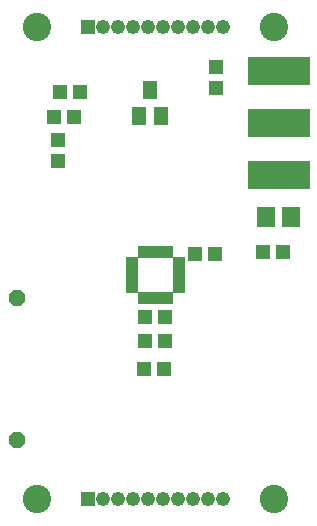
<source format=gts>
G75*
G70*
%OFA0B0*%
%FSLAX24Y24*%
%IPPOS*%
%LPD*%
%AMOC8*
5,1,8,0,0,1.08239X$1,22.5*
%
%ADD10C,0.0946*%
%ADD11R,0.0395X0.0214*%
%ADD12R,0.0214X0.0395*%
%ADD13R,0.0513X0.0474*%
%ADD14R,0.0474X0.0513*%
%ADD15R,0.0631X0.0671*%
%ADD16R,0.0480X0.0480*%
%ADD17C,0.0480*%
%ADD18R,0.2080X0.0980*%
%ADD19R,0.0474X0.0631*%
%ADD20OC8,0.0552*%
D10*
X004668Y003710D03*
X012542Y003710D03*
X012542Y019458D03*
X004668Y019458D03*
D11*
X007818Y011683D03*
X007818Y011486D03*
X007818Y011289D03*
X007818Y011092D03*
X007818Y010895D03*
X007818Y010698D03*
X009393Y010698D03*
X009393Y010895D03*
X009393Y011092D03*
X009393Y011289D03*
X009393Y011486D03*
X009393Y011683D03*
D12*
X009097Y011968D03*
X008901Y011968D03*
X008704Y011968D03*
X008507Y011968D03*
X008310Y011968D03*
X008113Y011968D03*
X008113Y010413D03*
X008310Y010413D03*
X008507Y010413D03*
X008704Y010413D03*
X008901Y010413D03*
X009097Y010413D03*
D13*
X008920Y008970D03*
X008251Y008970D03*
X008231Y008061D03*
X008901Y008061D03*
X009916Y011880D03*
X010586Y011880D03*
X006086Y017273D03*
X005416Y017273D03*
X005223Y016446D03*
X005893Y016446D03*
D14*
X005357Y015671D03*
X005357Y015002D03*
X008259Y009797D03*
X008928Y009797D03*
X012200Y011954D03*
X012869Y011954D03*
X010633Y017435D03*
X010633Y018104D03*
D15*
X012304Y013131D03*
X013111Y013131D03*
D16*
X006355Y019458D03*
X006355Y003710D03*
D17*
X006855Y003710D03*
X007355Y003710D03*
X007855Y003710D03*
X008355Y003710D03*
X008855Y003710D03*
X009355Y003710D03*
X009855Y003710D03*
X010355Y003710D03*
X010855Y003710D03*
X010855Y019458D03*
X010355Y019458D03*
X009855Y019458D03*
X009355Y019458D03*
X008855Y019458D03*
X008355Y019458D03*
X007855Y019458D03*
X007355Y019458D03*
X006855Y019458D03*
D18*
X012717Y017997D03*
X012717Y016257D03*
X012717Y014517D03*
D19*
X008802Y016478D03*
X008428Y017344D03*
X008054Y016478D03*
D20*
X003975Y010411D03*
X003975Y005687D03*
M02*

</source>
